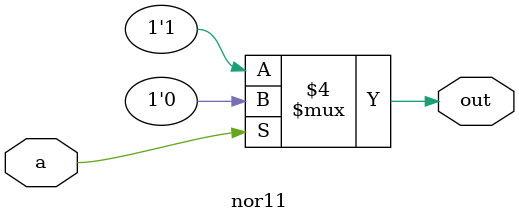
<source format=v>
module nor11 (
    input wire a,
    output reg out
);

    always @(*) begin
        out = (|a == 1'b0) ? 1'b1 : 1'b0;
    end


endmodule

</source>
